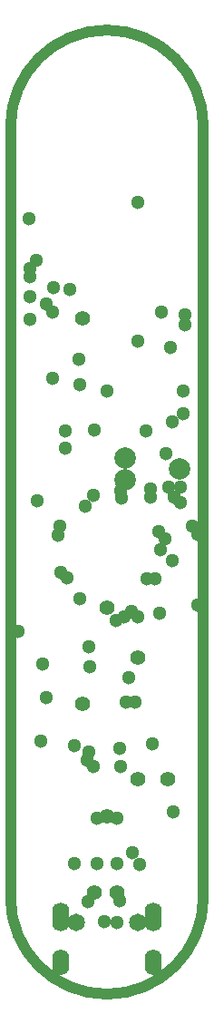
<source format=gbr>
%TF.GenerationSoftware,Altium Limited,Altium Designer,24.2.2 (26)*%
G04 Layer_Physical_Order=2*
G04 Layer_Color=32768*
%FSLAX45Y45*%
%MOMM*%
%TF.SameCoordinates,505FE19A-96A0-4540-A324-069B6CBC3D10*%
%TF.FilePolarity,Negative*%
%TF.FileFunction,Copper,L2,Inr,Plane*%
%TF.Part,Single*%
G01*
G75*
%TA.AperFunction,NonConductor*%
%ADD51C,1.01600*%
%TA.AperFunction,ComponentPad*%
%ADD52O,1.60000X2.40000*%
%ADD53O,1.60000X2.70000*%
%ADD54C,1.65000*%
%ADD55C,2.00000*%
%TA.AperFunction,ViaPad*%
%ADD56C,1.30000*%
%ADD57C,1.40000*%
D51*
X3000000Y2850000D02*
G03*
X4800000Y2850000I900000J0D01*
G01*
Y10050000D02*
G03*
X3000000Y10050000I-900000J0D01*
G01*
X4800000Y2850000D02*
Y10050000D01*
X3000000Y2850000D02*
Y10050000D01*
D52*
X4332000Y2249500D02*
D03*
X3468000D02*
D03*
D53*
X4332000Y2667500D02*
D03*
X3468000D02*
D03*
D54*
X4189000Y2617500D02*
D03*
X3611000D02*
D03*
D55*
X4580000Y6850000D02*
D03*
X4072000Y6748500D02*
D03*
Y6951500D02*
D03*
D56*
X3640000Y7880000D02*
D03*
X4060000Y5470000D02*
D03*
X4130000Y5520000D02*
D03*
X4190000Y5470000D02*
D03*
X4749601Y5579157D02*
D03*
X4270298Y5830297D02*
D03*
X4699600Y6320400D02*
D03*
X4585837Y6539331D02*
D03*
X4530000Y6590000D02*
D03*
X4379600Y6271700D02*
D03*
X4306400Y6590000D02*
D03*
X3460000Y6320000D02*
D03*
X3695046Y6507100D02*
D03*
X3069600Y5340000D02*
D03*
X3779680Y7219600D02*
D03*
X4450000Y7000000D02*
D03*
X4480400Y6680000D02*
D03*
X4590000D02*
D03*
X4610000Y7580000D02*
D03*
X4609600Y7370000D02*
D03*
X3510400Y7210000D02*
D03*
X3514304Y7052105D02*
D03*
X4264600Y7209952D02*
D03*
X4749601Y6240000D02*
D03*
X4490000Y7990000D02*
D03*
X4630000Y8290000D02*
D03*
Y8200000D02*
D03*
X3390000Y8320000D02*
D03*
X3330000Y8390000D02*
D03*
X4410000Y8320400D02*
D03*
X3180000Y8460000D02*
D03*
X3557500Y8527500D02*
D03*
X3400000Y8550000D02*
D03*
X3180000Y8725400D02*
D03*
Y8650000D02*
D03*
X3240000Y8800000D02*
D03*
X3250000Y6560000D02*
D03*
X3180000Y8250000D02*
D03*
X3170000Y9190000D02*
D03*
X4190000Y9340000D02*
D03*
X3595587Y4271913D02*
D03*
X4440000Y6200000D02*
D03*
X4403600Y6100000D02*
D03*
X4511682Y7292900D02*
D03*
X4310000Y6670000D02*
D03*
X4347155Y5830000D02*
D03*
X4390400Y5510000D02*
D03*
X4033600Y6578154D02*
D03*
X4029827Y6653459D02*
D03*
X3772900Y6610000D02*
D03*
X3984417Y5440000D02*
D03*
X3390000Y7700800D02*
D03*
X3650000Y7640400D02*
D03*
X3900000Y7580000D02*
D03*
X3650000Y5640000D02*
D03*
X3300000Y5030000D02*
D03*
X3441686Y6231841D02*
D03*
X3469600Y5890000D02*
D03*
X3530000Y5840000D02*
D03*
X4190000Y8050000D02*
D03*
X4510000Y6000000D02*
D03*
X3740000Y5010000D02*
D03*
X4101765Y4908529D02*
D03*
X3730000Y5190000D02*
D03*
X4165418Y4675400D02*
D03*
X4080000D02*
D03*
X4020000Y4244600D02*
D03*
X4320000Y4291900D02*
D03*
X3330000Y4720000D02*
D03*
X4030000Y4080000D02*
D03*
X3730000Y4210000D02*
D03*
X3770000Y4080000D02*
D03*
X3710400Y4137192D02*
D03*
X3280000Y4310000D02*
D03*
X4206811Y3162024D02*
D03*
X4140000Y3270000D02*
D03*
X3810000Y3590000D02*
D03*
X3990000D02*
D03*
X4522209Y3656072D02*
D03*
X3990000Y3170000D02*
D03*
X3600000D02*
D03*
X3810000D02*
D03*
X3996201Y2619025D02*
D03*
X3875401Y2626079D02*
D03*
X4021484Y2821856D02*
D03*
X3725000Y2818765D02*
D03*
D57*
X3900000Y5560000D02*
D03*
X3670000Y8260000D02*
D03*
X4190000Y5090000D02*
D03*
X3674600Y4659181D02*
D03*
X4190000Y3960000D02*
D03*
X4470000D02*
D03*
X3900000Y3610000D02*
D03*
X3990000Y2900000D02*
D03*
X3780000D02*
D03*
%TF.MD5,2565f3df665863fd768559f78b10526c*%
M02*

</source>
